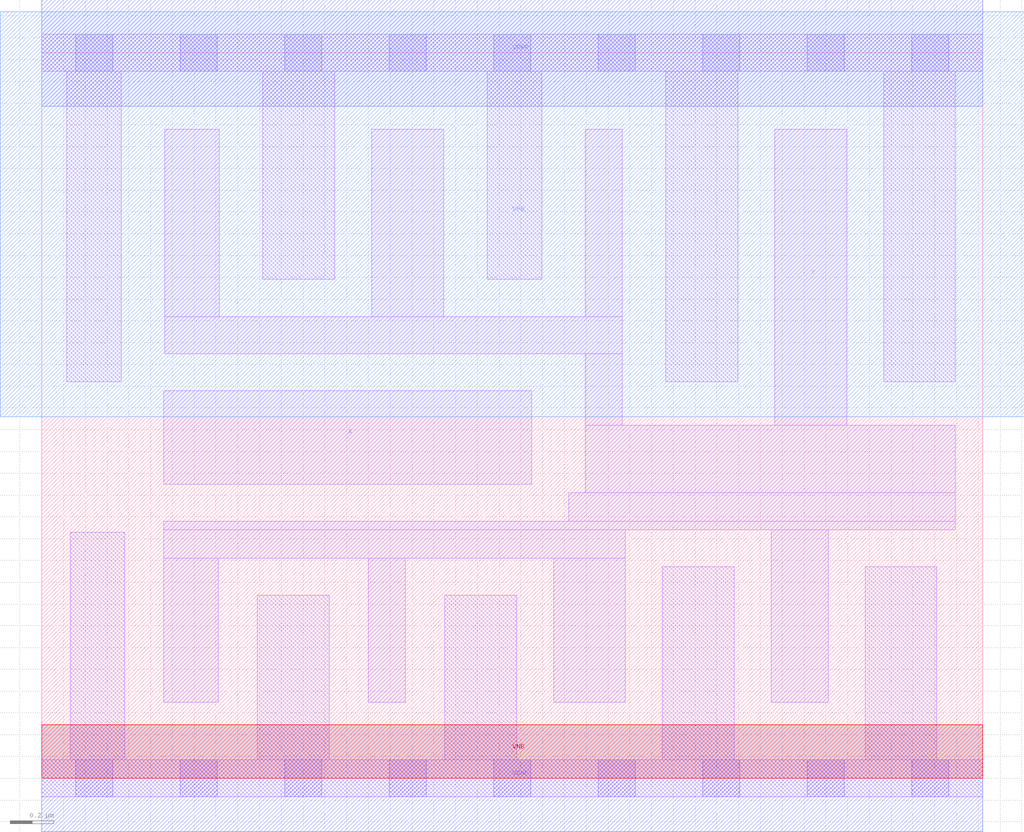
<source format=lef>
# Copyright 2020 The SkyWater PDK Authors
#
# Licensed under the Apache License, Version 2.0 (the "License");
# you may not use this file except in compliance with the License.
# You may obtain a copy of the License at
#
#     https://www.apache.org/licenses/LICENSE-2.0
#
# Unless required by applicable law or agreed to in writing, software
# distributed under the License is distributed on an "AS IS" BASIS,
# WITHOUT WARRANTIES OR CONDITIONS OF ANY KIND, either express or implied.
# See the License for the specific language governing permissions and
# limitations under the License.
#
# SPDX-License-Identifier: Apache-2.0

VERSION 5.7 ;
  NOWIREEXTENSIONATPIN ON ;
  DIVIDERCHAR "/" ;
  BUSBITCHARS "[]" ;
MACRO sky130_fd_sc_hs__inv_8
  CLASS CORE ;
  FOREIGN sky130_fd_sc_hs__inv_8 ;
  ORIGIN  0.000000  0.000000 ;
  SIZE  4.320000 BY  3.330000 ;
  SYMMETRY X Y ;
  SITE unit ;
  PIN A
    ANTENNAGATEAREA  2.232000 ;
    DIRECTION INPUT ;
    USE SIGNAL ;
    PORT
      LAYER li1 ;
        RECT 0.560000 1.350000 2.250000 1.780000 ;
    END
  END A
  PIN Y
    ANTENNADIFFAREA  2.172800 ;
    DIRECTION OUTPUT ;
    USE SIGNAL ;
    PORT
      LAYER li1 ;
        RECT 0.560000 0.350000 0.810000 1.010000 ;
        RECT 0.560000 1.010000 2.680000 1.140000 ;
        RECT 0.560000 1.140000 4.195000 1.180000 ;
        RECT 0.565000 1.950000 2.665000 2.120000 ;
        RECT 0.565000 2.120000 0.815000 2.980000 ;
        RECT 1.500000 0.350000 1.670000 1.010000 ;
        RECT 1.515000 2.120000 1.845000 2.980000 ;
        RECT 2.350000 0.350000 2.680000 1.010000 ;
        RECT 2.420000 1.180000 4.195000 1.310000 ;
        RECT 2.495000 1.310000 4.195000 1.620000 ;
        RECT 2.495000 1.620000 2.665000 1.950000 ;
        RECT 2.495000 2.120000 2.665000 2.980000 ;
        RECT 3.350000 0.350000 3.610000 1.140000 ;
        RECT 3.365000 1.620000 3.695000 2.980000 ;
    END
  END Y
  PIN VGND
    DIRECTION INOUT ;
    USE GROUND ;
    PORT
      LAYER met1 ;
        RECT 0.000000 -0.245000 4.320000 0.245000 ;
    END
  END VGND
  PIN VNB
    DIRECTION INOUT ;
    USE GROUND ;
    PORT
      LAYER pwell ;
        RECT 0.000000 0.000000 4.320000 0.245000 ;
    END
  END VNB
  PIN VPB
    DIRECTION INOUT ;
    USE POWER ;
    PORT
      LAYER nwell ;
        RECT -0.190000 1.660000 4.510000 3.520000 ;
    END
  END VPB
  PIN VPWR
    DIRECTION INOUT ;
    USE POWER ;
    PORT
      LAYER met1 ;
        RECT 0.000000 3.085000 4.320000 3.575000 ;
    END
  END VPWR
  OBS
    LAYER li1 ;
      RECT 0.000000 -0.085000 4.320000 0.085000 ;
      RECT 0.000000  3.245000 4.320000 3.415000 ;
      RECT 0.115000  1.820000 0.365000 3.245000 ;
      RECT 0.130000  0.085000 0.380000 1.130000 ;
      RECT 0.990000  0.085000 1.320000 0.840000 ;
      RECT 1.015000  2.290000 1.345000 3.245000 ;
      RECT 1.850000  0.085000 2.180000 0.840000 ;
      RECT 2.045000  2.290000 2.295000 3.245000 ;
      RECT 2.850000  0.085000 3.180000 0.970000 ;
      RECT 2.865000  1.820000 3.195000 3.245000 ;
      RECT 3.780000  0.085000 4.110000 0.970000 ;
      RECT 3.865000  1.820000 4.195000 3.245000 ;
    LAYER mcon ;
      RECT 0.155000 -0.085000 0.325000 0.085000 ;
      RECT 0.155000  3.245000 0.325000 3.415000 ;
      RECT 0.635000 -0.085000 0.805000 0.085000 ;
      RECT 0.635000  3.245000 0.805000 3.415000 ;
      RECT 1.115000 -0.085000 1.285000 0.085000 ;
      RECT 1.115000  3.245000 1.285000 3.415000 ;
      RECT 1.595000 -0.085000 1.765000 0.085000 ;
      RECT 1.595000  3.245000 1.765000 3.415000 ;
      RECT 2.075000 -0.085000 2.245000 0.085000 ;
      RECT 2.075000  3.245000 2.245000 3.415000 ;
      RECT 2.555000 -0.085000 2.725000 0.085000 ;
      RECT 2.555000  3.245000 2.725000 3.415000 ;
      RECT 3.035000 -0.085000 3.205000 0.085000 ;
      RECT 3.035000  3.245000 3.205000 3.415000 ;
      RECT 3.515000 -0.085000 3.685000 0.085000 ;
      RECT 3.515000  3.245000 3.685000 3.415000 ;
      RECT 3.995000 -0.085000 4.165000 0.085000 ;
      RECT 3.995000  3.245000 4.165000 3.415000 ;
  END
END sky130_fd_sc_hs__inv_8
END LIBRARY

</source>
